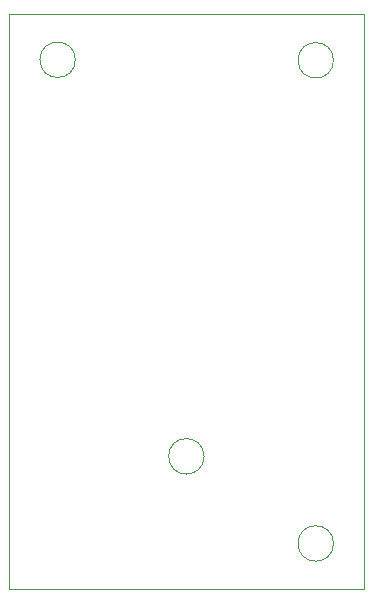
<source format=gm1>
G04 #@! TF.GenerationSoftware,KiCad,Pcbnew,5.1.5-52549c5~86~ubuntu19.04.1*
G04 #@! TF.CreationDate,2020-05-05T22:36:46+02:00*
G04 #@! TF.ProjectId,NotSoTinyDimmer,4e6f7453-6f54-4696-9e79-44696d6d6572,1.3.3*
G04 #@! TF.SameCoordinates,Original*
G04 #@! TF.FileFunction,Profile,NP*
%FSLAX46Y46*%
G04 Gerber Fmt 4.6, Leading zero omitted, Abs format (unit mm)*
G04 Created by KiCad (PCBNEW 5.1.5-52549c5~86~ubuntu19.04.1) date 2020-05-05 22:36:46*
%MOMM*%
%LPD*%
G04 APERTURE LIST*
%ADD10C,0.050000*%
G04 APERTURE END LIST*
D10*
X161782000Y-112790000D02*
G75*
G03X161782000Y-112790000I-1500000J0D01*
G01*
X150828000Y-105410000D02*
G75*
G03X150828000Y-105410000I-1500000J0D01*
G01*
X161782000Y-71882000D02*
G75*
G03X161782000Y-71882000I-1500000J0D01*
G01*
X139930000Y-71834000D02*
G75*
G03X139930000Y-71834000I-1500000J0D01*
G01*
X134328000Y-116670000D02*
X164328000Y-116670000D01*
X164328000Y-67983100D02*
X164328000Y-116670000D01*
X134328000Y-67983100D02*
X164328000Y-67983100D01*
X134328000Y-67983100D02*
X134328000Y-116670000D01*
M02*

</source>
